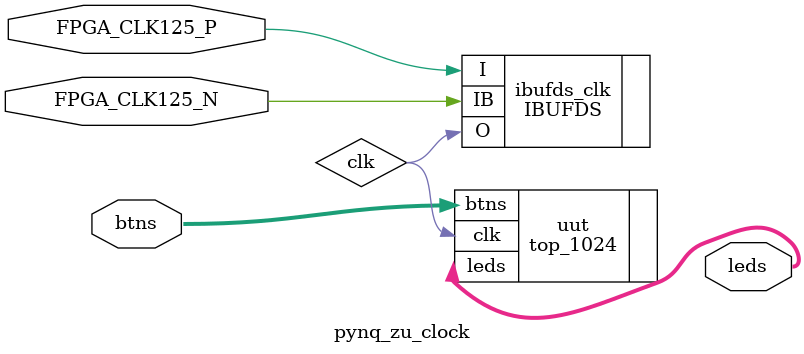
<source format=sv>
`timescale 1ns / 1ps


module pynq_zu_clock(
    input logic FPGA_CLK125_P,
    input logic FPGA_CLK125_N,

    input logic [3:0] btns,
    output logic [3:0] leds
  );

  logic clk;

  IBUFDS #(
           .IOSTANDARD("LVDS")
         ) ibufds_clk (
           .I(FPGA_CLK125_P),
           .IB(FPGA_CLK125_N),
           .O(clk)
         );

  top_1024 uut(
          .clk(clk),
          .btns(btns),
          .leds(leds)
        );
endmodule

</source>
